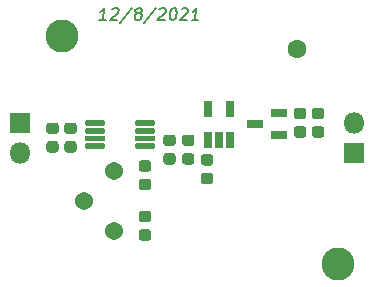
<source format=gbr>
%TF.GenerationSoftware,KiCad,Pcbnew,5.1.6-c6e7f7d~87~ubuntu18.04.1*%
%TF.CreationDate,2021-12-20T19:28:02-08:00*%
%TF.ProjectId,boosted-output-current-reference,626f6f73-7465-4642-9d6f-75747075742d,rev?*%
%TF.SameCoordinates,Original*%
%TF.FileFunction,Soldermask,Top*%
%TF.FilePolarity,Negative*%
%FSLAX46Y46*%
G04 Gerber Fmt 4.6, Leading zero omitted, Abs format (unit mm)*
G04 Created by KiCad (PCBNEW 5.1.6-c6e7f7d~87~ubuntu18.04.1) date 2021-12-20 19:28:02*
%MOMM*%
%LPD*%
G01*
G04 APERTURE LIST*
%ADD10C,0.150000*%
%ADD11C,1.540000*%
%ADD12C,1.600000*%
%ADD13O,1.800000X1.800000*%
%ADD14R,1.800000X1.800000*%
%ADD15R,0.750000X1.320000*%
%ADD16R,1.440000X0.740000*%
%ADD17C,2.800000*%
G04 APERTURE END LIST*
D10*
X153125967Y-85796380D02*
X152554538Y-85796380D01*
X152840252Y-85796380D02*
X152965252Y-84796380D01*
X152852157Y-84939238D01*
X152745014Y-85034476D01*
X152643824Y-85082095D01*
X153620014Y-84891619D02*
X153673586Y-84844000D01*
X153774776Y-84796380D01*
X154012872Y-84796380D01*
X154102157Y-84844000D01*
X154143824Y-84891619D01*
X154179538Y-84986857D01*
X154167633Y-85082095D01*
X154102157Y-85224952D01*
X153459300Y-85796380D01*
X154078348Y-85796380D01*
X155352157Y-84748761D02*
X154334300Y-86034476D01*
X155768824Y-85224952D02*
X155679538Y-85177333D01*
X155637872Y-85129714D01*
X155602157Y-85034476D01*
X155608110Y-84986857D01*
X155667633Y-84891619D01*
X155721205Y-84844000D01*
X155822395Y-84796380D01*
X156012872Y-84796380D01*
X156102157Y-84844000D01*
X156143824Y-84891619D01*
X156179538Y-84986857D01*
X156173586Y-85034476D01*
X156114062Y-85129714D01*
X156060491Y-85177333D01*
X155959300Y-85224952D01*
X155768824Y-85224952D01*
X155667633Y-85272571D01*
X155614062Y-85320190D01*
X155554538Y-85415428D01*
X155530729Y-85605904D01*
X155566443Y-85701142D01*
X155608110Y-85748761D01*
X155697395Y-85796380D01*
X155887872Y-85796380D01*
X155989062Y-85748761D01*
X156042633Y-85701142D01*
X156102157Y-85605904D01*
X156125967Y-85415428D01*
X156090252Y-85320190D01*
X156048586Y-85272571D01*
X155959300Y-85224952D01*
X157352157Y-84748761D02*
X156334300Y-86034476D01*
X157620014Y-84891619D02*
X157673586Y-84844000D01*
X157774776Y-84796380D01*
X158012872Y-84796380D01*
X158102157Y-84844000D01*
X158143824Y-84891619D01*
X158179538Y-84986857D01*
X158167633Y-85082095D01*
X158102157Y-85224952D01*
X157459300Y-85796380D01*
X158078348Y-85796380D01*
X158822395Y-84796380D02*
X158917633Y-84796380D01*
X159006919Y-84844000D01*
X159048586Y-84891619D01*
X159084300Y-84986857D01*
X159108110Y-85177333D01*
X159078348Y-85415428D01*
X159006919Y-85605904D01*
X158947395Y-85701142D01*
X158893824Y-85748761D01*
X158792633Y-85796380D01*
X158697395Y-85796380D01*
X158608110Y-85748761D01*
X158566443Y-85701142D01*
X158530729Y-85605904D01*
X158506919Y-85415428D01*
X158536681Y-85177333D01*
X158608110Y-84986857D01*
X158667633Y-84891619D01*
X158721205Y-84844000D01*
X158822395Y-84796380D01*
X159524776Y-84891619D02*
X159578348Y-84844000D01*
X159679538Y-84796380D01*
X159917633Y-84796380D01*
X160006919Y-84844000D01*
X160048586Y-84891619D01*
X160084300Y-84986857D01*
X160072395Y-85082095D01*
X160006919Y-85224952D01*
X159364062Y-85796380D01*
X159983110Y-85796380D01*
X160935491Y-85796380D02*
X160364062Y-85796380D01*
X160649776Y-85796380D02*
X160774776Y-84796380D01*
X160661681Y-84939238D01*
X160554538Y-85034476D01*
X160453348Y-85082095D01*
D11*
%TO.C,TRIM*%
X153822400Y-98552000D03*
X151282400Y-101092000D03*
X153822400Y-103632000D03*
%TD*%
%TO.C,R3*%
G36*
G01*
X156694450Y-102925600D02*
X156131950Y-102925600D01*
G75*
G02*
X155888200Y-102681850I0J243750D01*
G01*
X155888200Y-102194350D01*
G75*
G02*
X156131950Y-101950600I243750J0D01*
G01*
X156694450Y-101950600D01*
G75*
G02*
X156938200Y-102194350I0J-243750D01*
G01*
X156938200Y-102681850D01*
G75*
G02*
X156694450Y-102925600I-243750J0D01*
G01*
G37*
G36*
G01*
X156694450Y-104500600D02*
X156131950Y-104500600D01*
G75*
G02*
X155888200Y-104256850I0J243750D01*
G01*
X155888200Y-103769350D01*
G75*
G02*
X156131950Y-103525600I243750J0D01*
G01*
X156694450Y-103525600D01*
G75*
G02*
X156938200Y-103769350I0J-243750D01*
G01*
X156938200Y-104256850D01*
G75*
G02*
X156694450Y-104500600I-243750J0D01*
G01*
G37*
%TD*%
%TO.C,R2*%
G36*
G01*
X156131950Y-99258400D02*
X156694450Y-99258400D01*
G75*
G02*
X156938200Y-99502150I0J-243750D01*
G01*
X156938200Y-99989650D01*
G75*
G02*
X156694450Y-100233400I-243750J0D01*
G01*
X156131950Y-100233400D01*
G75*
G02*
X155888200Y-99989650I0J243750D01*
G01*
X155888200Y-99502150D01*
G75*
G02*
X156131950Y-99258400I243750J0D01*
G01*
G37*
G36*
G01*
X156131950Y-97683400D02*
X156694450Y-97683400D01*
G75*
G02*
X156938200Y-97927150I0J-243750D01*
G01*
X156938200Y-98414650D01*
G75*
G02*
X156694450Y-98658400I-243750J0D01*
G01*
X156131950Y-98658400D01*
G75*
G02*
X155888200Y-98414650I0J243750D01*
G01*
X155888200Y-97927150D01*
G75*
G02*
X156131950Y-97683400I243750J0D01*
G01*
G37*
%TD*%
D12*
%TO.C,2.048V*%
X169291000Y-88265000D03*
%TD*%
D13*
%TO.C,J2*%
X174117000Y-94488000D03*
D14*
X174117000Y-97028000D03*
%TD*%
D13*
%TO.C,J1*%
X145796000Y-97018000D03*
D14*
X145796000Y-94478000D03*
%TD*%
D15*
%TO.C,U2*%
X161737000Y-93305000D03*
X163637000Y-93305000D03*
X163637000Y-95925000D03*
X162687000Y-95925000D03*
X161737000Y-95925000D03*
%TD*%
D16*
%TO.C,Q1*%
X167801000Y-95565000D03*
X167801000Y-93665000D03*
X165701000Y-94615000D03*
%TD*%
%TO.C,C6*%
G36*
G01*
X169263750Y-94788000D02*
X169826250Y-94788000D01*
G75*
G02*
X170070000Y-95031750I0J-243750D01*
G01*
X170070000Y-95519250D01*
G75*
G02*
X169826250Y-95763000I-243750J0D01*
G01*
X169263750Y-95763000D01*
G75*
G02*
X169020000Y-95519250I0J243750D01*
G01*
X169020000Y-95031750D01*
G75*
G02*
X169263750Y-94788000I243750J0D01*
G01*
G37*
G36*
G01*
X169263750Y-93213000D02*
X169826250Y-93213000D01*
G75*
G02*
X170070000Y-93456750I0J-243750D01*
G01*
X170070000Y-93944250D01*
G75*
G02*
X169826250Y-94188000I-243750J0D01*
G01*
X169263750Y-94188000D01*
G75*
G02*
X169020000Y-93944250I0J243750D01*
G01*
X169020000Y-93456750D01*
G75*
G02*
X169263750Y-93213000I243750J0D01*
G01*
G37*
%TD*%
%TO.C,C5*%
G36*
G01*
X170787750Y-94788000D02*
X171350250Y-94788000D01*
G75*
G02*
X171594000Y-95031750I0J-243750D01*
G01*
X171594000Y-95519250D01*
G75*
G02*
X171350250Y-95763000I-243750J0D01*
G01*
X170787750Y-95763000D01*
G75*
G02*
X170544000Y-95519250I0J243750D01*
G01*
X170544000Y-95031750D01*
G75*
G02*
X170787750Y-94788000I243750J0D01*
G01*
G37*
G36*
G01*
X170787750Y-93213000D02*
X171350250Y-93213000D01*
G75*
G02*
X171594000Y-93456750I0J-243750D01*
G01*
X171594000Y-93944250D01*
G75*
G02*
X171350250Y-94188000I-243750J0D01*
G01*
X170787750Y-94188000D01*
G75*
G02*
X170544000Y-93944250I0J243750D01*
G01*
X170544000Y-93456750D01*
G75*
G02*
X170787750Y-93213000I243750J0D01*
G01*
G37*
%TD*%
%TO.C,C3*%
G36*
G01*
X158777250Y-96474000D02*
X158214750Y-96474000D01*
G75*
G02*
X157971000Y-96230250I0J243750D01*
G01*
X157971000Y-95742750D01*
G75*
G02*
X158214750Y-95499000I243750J0D01*
G01*
X158777250Y-95499000D01*
G75*
G02*
X159021000Y-95742750I0J-243750D01*
G01*
X159021000Y-96230250D01*
G75*
G02*
X158777250Y-96474000I-243750J0D01*
G01*
G37*
G36*
G01*
X158777250Y-98049000D02*
X158214750Y-98049000D01*
G75*
G02*
X157971000Y-97805250I0J243750D01*
G01*
X157971000Y-97317750D01*
G75*
G02*
X158214750Y-97074000I243750J0D01*
G01*
X158777250Y-97074000D01*
G75*
G02*
X159021000Y-97317750I0J-243750D01*
G01*
X159021000Y-97805250D01*
G75*
G02*
X158777250Y-98049000I-243750J0D01*
G01*
G37*
%TD*%
%TO.C,C1*%
G36*
G01*
X148308750Y-96058000D02*
X148871250Y-96058000D01*
G75*
G02*
X149115000Y-96301750I0J-243750D01*
G01*
X149115000Y-96789250D01*
G75*
G02*
X148871250Y-97033000I-243750J0D01*
G01*
X148308750Y-97033000D01*
G75*
G02*
X148065000Y-96789250I0J243750D01*
G01*
X148065000Y-96301750D01*
G75*
G02*
X148308750Y-96058000I243750J0D01*
G01*
G37*
G36*
G01*
X148308750Y-94483000D02*
X148871250Y-94483000D01*
G75*
G02*
X149115000Y-94726750I0J-243750D01*
G01*
X149115000Y-95214250D01*
G75*
G02*
X148871250Y-95458000I-243750J0D01*
G01*
X148308750Y-95458000D01*
G75*
G02*
X148065000Y-95214250I0J243750D01*
G01*
X148065000Y-94726750D01*
G75*
G02*
X148308750Y-94483000I243750J0D01*
G01*
G37*
%TD*%
%TO.C,C4*%
G36*
G01*
X159802250Y-97074000D02*
X160364750Y-97074000D01*
G75*
G02*
X160608500Y-97317750I0J-243750D01*
G01*
X160608500Y-97805250D01*
G75*
G02*
X160364750Y-98049000I-243750J0D01*
G01*
X159802250Y-98049000D01*
G75*
G02*
X159558500Y-97805250I0J243750D01*
G01*
X159558500Y-97317750D01*
G75*
G02*
X159802250Y-97074000I243750J0D01*
G01*
G37*
G36*
G01*
X159802250Y-95499000D02*
X160364750Y-95499000D01*
G75*
G02*
X160608500Y-95742750I0J-243750D01*
G01*
X160608500Y-96230250D01*
G75*
G02*
X160364750Y-96474000I-243750J0D01*
G01*
X159802250Y-96474000D01*
G75*
G02*
X159558500Y-96230250I0J243750D01*
G01*
X159558500Y-95742750D01*
G75*
G02*
X159802250Y-95499000I243750J0D01*
G01*
G37*
%TD*%
%TO.C,U1*%
G36*
G01*
X155555000Y-94654000D02*
X155555000Y-94404000D01*
G75*
G02*
X155680000Y-94279000I125000J0D01*
G01*
X157155000Y-94279000D01*
G75*
G02*
X157280000Y-94404000I0J-125000D01*
G01*
X157280000Y-94654000D01*
G75*
G02*
X157155000Y-94779000I-125000J0D01*
G01*
X155680000Y-94779000D01*
G75*
G02*
X155555000Y-94654000I0J125000D01*
G01*
G37*
G36*
G01*
X155555000Y-95304000D02*
X155555000Y-95054000D01*
G75*
G02*
X155680000Y-94929000I125000J0D01*
G01*
X157155000Y-94929000D01*
G75*
G02*
X157280000Y-95054000I0J-125000D01*
G01*
X157280000Y-95304000D01*
G75*
G02*
X157155000Y-95429000I-125000J0D01*
G01*
X155680000Y-95429000D01*
G75*
G02*
X155555000Y-95304000I0J125000D01*
G01*
G37*
G36*
G01*
X155555000Y-95954000D02*
X155555000Y-95704000D01*
G75*
G02*
X155680000Y-95579000I125000J0D01*
G01*
X157155000Y-95579000D01*
G75*
G02*
X157280000Y-95704000I0J-125000D01*
G01*
X157280000Y-95954000D01*
G75*
G02*
X157155000Y-96079000I-125000J0D01*
G01*
X155680000Y-96079000D01*
G75*
G02*
X155555000Y-95954000I0J125000D01*
G01*
G37*
G36*
G01*
X155555000Y-96604000D02*
X155555000Y-96354000D01*
G75*
G02*
X155680000Y-96229000I125000J0D01*
G01*
X157155000Y-96229000D01*
G75*
G02*
X157280000Y-96354000I0J-125000D01*
G01*
X157280000Y-96604000D01*
G75*
G02*
X157155000Y-96729000I-125000J0D01*
G01*
X155680000Y-96729000D01*
G75*
G02*
X155555000Y-96604000I0J125000D01*
G01*
G37*
G36*
G01*
X151330000Y-96604000D02*
X151330000Y-96354000D01*
G75*
G02*
X151455000Y-96229000I125000J0D01*
G01*
X152930000Y-96229000D01*
G75*
G02*
X153055000Y-96354000I0J-125000D01*
G01*
X153055000Y-96604000D01*
G75*
G02*
X152930000Y-96729000I-125000J0D01*
G01*
X151455000Y-96729000D01*
G75*
G02*
X151330000Y-96604000I0J125000D01*
G01*
G37*
G36*
G01*
X151330000Y-95954000D02*
X151330000Y-95704000D01*
G75*
G02*
X151455000Y-95579000I125000J0D01*
G01*
X152930000Y-95579000D01*
G75*
G02*
X153055000Y-95704000I0J-125000D01*
G01*
X153055000Y-95954000D01*
G75*
G02*
X152930000Y-96079000I-125000J0D01*
G01*
X151455000Y-96079000D01*
G75*
G02*
X151330000Y-95954000I0J125000D01*
G01*
G37*
G36*
G01*
X151330000Y-95304000D02*
X151330000Y-95054000D01*
G75*
G02*
X151455000Y-94929000I125000J0D01*
G01*
X152930000Y-94929000D01*
G75*
G02*
X153055000Y-95054000I0J-125000D01*
G01*
X153055000Y-95304000D01*
G75*
G02*
X152930000Y-95429000I-125000J0D01*
G01*
X151455000Y-95429000D01*
G75*
G02*
X151330000Y-95304000I0J125000D01*
G01*
G37*
G36*
G01*
X151330000Y-94654000D02*
X151330000Y-94404000D01*
G75*
G02*
X151455000Y-94279000I125000J0D01*
G01*
X152930000Y-94279000D01*
G75*
G02*
X153055000Y-94404000I0J-125000D01*
G01*
X153055000Y-94654000D01*
G75*
G02*
X152930000Y-94779000I-125000J0D01*
G01*
X151455000Y-94779000D01*
G75*
G02*
X151330000Y-94654000I0J125000D01*
G01*
G37*
%TD*%
%TO.C,R1*%
G36*
G01*
X161389750Y-98725000D02*
X161952250Y-98725000D01*
G75*
G02*
X162196000Y-98968750I0J-243750D01*
G01*
X162196000Y-99456250D01*
G75*
G02*
X161952250Y-99700000I-243750J0D01*
G01*
X161389750Y-99700000D01*
G75*
G02*
X161146000Y-99456250I0J243750D01*
G01*
X161146000Y-98968750D01*
G75*
G02*
X161389750Y-98725000I243750J0D01*
G01*
G37*
G36*
G01*
X161389750Y-97150000D02*
X161952250Y-97150000D01*
G75*
G02*
X162196000Y-97393750I0J-243750D01*
G01*
X162196000Y-97881250D01*
G75*
G02*
X161952250Y-98125000I-243750J0D01*
G01*
X161389750Y-98125000D01*
G75*
G02*
X161146000Y-97881250I0J243750D01*
G01*
X161146000Y-97393750D01*
G75*
G02*
X161389750Y-97150000I243750J0D01*
G01*
G37*
%TD*%
%TO.C,C2*%
G36*
G01*
X150395250Y-95458000D02*
X149832750Y-95458000D01*
G75*
G02*
X149589000Y-95214250I0J243750D01*
G01*
X149589000Y-94726750D01*
G75*
G02*
X149832750Y-94483000I243750J0D01*
G01*
X150395250Y-94483000D01*
G75*
G02*
X150639000Y-94726750I0J-243750D01*
G01*
X150639000Y-95214250D01*
G75*
G02*
X150395250Y-95458000I-243750J0D01*
G01*
G37*
G36*
G01*
X150395250Y-97033000D02*
X149832750Y-97033000D01*
G75*
G02*
X149589000Y-96789250I0J243750D01*
G01*
X149589000Y-96301750D01*
G75*
G02*
X149832750Y-96058000I243750J0D01*
G01*
X150395250Y-96058000D01*
G75*
G02*
X150639000Y-96301750I0J-243750D01*
G01*
X150639000Y-96789250D01*
G75*
G02*
X150395250Y-97033000I-243750J0D01*
G01*
G37*
%TD*%
D17*
%TO.C,H2*%
X172720000Y-106426000D03*
%TD*%
%TO.C,H1*%
X149352000Y-87122000D03*
%TD*%
M02*

</source>
